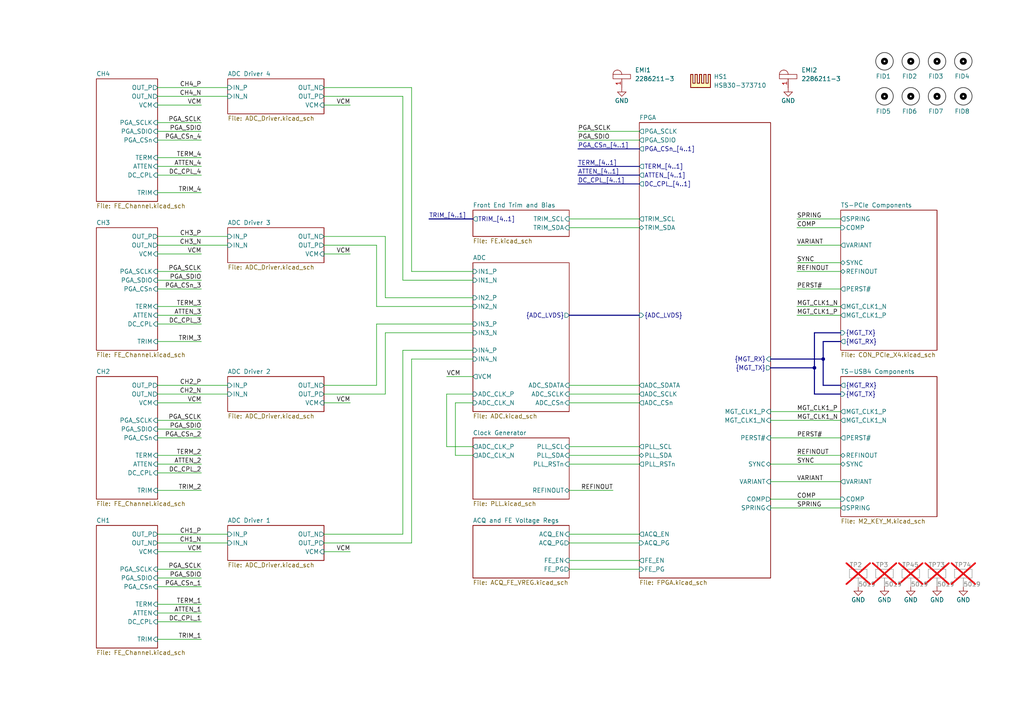
<source format=kicad_sch>
(kicad_sch (version 20250114) (generator "eeschema") (generator_version "9.0")
  (paper "A4")
  (title_block (title "ThunderScope") (rev "5.3") (company "EEVengers") (comment 1 "Aleksa Bjelogrlic"))
  (lib_symbols
    (symbol "Thunderscope_Rev5:EMI FINGER 2286211-3"
      (property "Reference" "EMI" (at 0 4.064 0))
      (property "Value" "2286211-3" (at 6.35 -1.524 0))
      (symbol "EMI FINGER 2286211-3_0_1"
        (rectangle (start -2.54 1.27) (end 2.54 0))
        (arc (start -1.27 2.54) (mid -0.372 2.168) (end 0 1.27))
        (arc (start -2.54 1.27) (mid -2.168 2.168) (end -1.27 2.54))
      )
      (symbol "EMI FINGER 2286211-3_1_1"
        (pin passive line (at 0 -2.54 90) (length 2.54) (name "") (number "1"))
      )
    )
    (symbol "Thunderscope_Rev5:FID 1mm" (pin_numbers (hide yes)) (pin_names (hide yes)) (in_bom no)
      (property "Reference" "F" (at 0 0 0))
      (property "Value" "PCB" (at 0 0 0))
      (symbol "FID 1mm_1_0"
        (circle (center 0 0) (radius 0.635) (stroke (width 0.762) (color 0 0 0 1)))
        (circle (center 0 0) (radius 2.54) (stroke (width 0) (color 0 0 0 1)))
      )
    )
    (symbol "Thunderscope_Rev5:GND" (power) (pin_numbers (hide yes)) (pin_names (offset 0) (hide yes))
      (property "Value" "GND" (at 0 -3.81 0))
      (symbol "GND_0_1"
        (polyline (pts (xy 0 0) (xy 0 -1.27) (xy 1.27 -1.27) (xy 0 -2.54) (xy -1.27 -1.27) (xy 0 -1.27)))
      )
      (symbol "GND_1_1"
        (pin power_in line (at 0 0 270) (length 0) (name "~") (number "1"))
      )
    )
    (symbol "Thunderscope_Rev5:HEATSINK HSB30-373710" (pin_names (offset 1.016)) (exclude_from_sim yes)
      (property "Reference" "HS" (at 0 5.08 0))
      (property "Value" "HSB30-373710" (at 0 -1.27 0))
      (symbol "HEATSINK HSB30-373710_0_1"
        (polyline (pts (xy -0.3302 1.27) (xy -0.9652 1.27) (xy -0.9652 3.81) (xy -1.6002 3.81) (xy -1.6002 1.27) (xy -2.2352 1.27) (xy -2.2352 3.81) (xy -2.8702 3.81) (xy -2.8702 0) (xy -0.9652 0)) (stroke (width 0.254)) (fill (type background)))
        (polyline (pts (xy -0.3302 1.27) (xy -0.3302 3.81) (xy 0.3048 3.81) (xy 0.3048 1.27) (xy 0.9398 1.27) (xy 0.9398 3.81) (xy 1.5748 3.81) (xy 1.5748 1.27) (xy 2.2098 1.27) (xy 2.2098 3.81) (xy 2.8448 3.81) (xy 2.8448 0) (xy -0.9652 0)) (stroke (width 0.254)) (fill (type background)))
      )
    )
    (symbol "Thunderscope_Rev5:TP KEYSTONE 5019" (pin_numbers (hide yes)) (pin_names (hide yes))
      (property "Reference" "T" (at 0 0 0))
      (property "Value" "5019" (at 0 0 0))
      (symbol "TP KEYSTONE 5019_1_0"
        (polyline (pts (xy -2.54 5.08) (xy 2.54 5.08) (xy 2.54 2.54) (xy -2.54 2.54) (xy -2.54 5.08)))
        (pin passive line (at 0 0 90) (length 2.54) (name "1") (number "1"))
      )
    )
  )
  (junction (at 238.76 104.14))
  (junction (at 236.22 106.68))
  (wire (pts (xy 165.1 134.62) (xy 185.42 134.62)))
  (wire (pts (xy 45.72 35.56) (xy 58.42 35.56)))
  (wire (pts (xy 93.98 114.3) (xy 111.76 114.3)))
  (wire (pts (xy 165.1 116.84) (xy 185.42 116.84)))
  (wire (pts (xy 45.72 71.12) (xy 66.04 71.12)))
  (bus (pts (xy 165.1 91.44) (xy 185.42 91.44)))
  (wire (pts (xy 116.84 154.94) (xy 116.84 101.6)))
  (wire (pts (xy 93.98 154.94) (xy 116.84 154.94)))
  (wire (pts (xy 45.72 127) (xy 58.42 127)))
  (wire (pts (xy 93.98 73.66) (xy 101.6 73.66)))
  (wire (pts (xy 243.84 78.74) (xy 231.14 78.74)))
  (wire (pts (xy 93.98 27.94) (xy 116.84 27.94)))
  (bus (pts (xy 124.46 63.5) (xy 137.16 63.5)))
  (wire (pts (xy 58.42 81.28) (xy 45.72 81.28)))
  (wire (pts (xy 93.98 71.12) (xy 109.22 71.12)))
  (wire (pts (xy 231.14 83.82) (xy 243.84 83.82)))
  (wire (pts (xy 116.84 27.94) (xy 116.84 81.28)))
  (wire (pts (xy 231.14 63.5) (xy 243.84 63.5)))
  (wire (pts (xy 45.72 116.84) (xy 58.42 116.84)))
  (wire (pts (xy 45.72 121.92) (xy 58.42 121.92)))
  (wire (pts (xy 45.72 30.48) (xy 58.42 30.48)))
  (wire (pts (xy 45.72 45.72) (xy 58.42 45.72)))
  (wire (pts (xy 45.72 55.88) (xy 58.42 55.88)))
  (wire (pts (xy 45.72 73.66) (xy 58.42 73.66)))
  (wire (pts (xy 45.72 88.9) (xy 58.42 88.9)))
  (wire (pts (xy 45.72 40.64) (xy 58.42 40.64)))
  (wire (pts (xy 116.84 101.6) (xy 137.16 101.6)))
  (wire (pts (xy 45.72 142.24) (xy 58.42 142.24)))
  (wire (pts (xy 45.72 111.76) (xy 66.04 111.76)))
  (wire (pts (xy 111.76 114.3) (xy 111.76 96.52)))
  (wire (pts (xy 116.84 81.28) (xy 137.16 81.28)))
  (wire (pts (xy 45.72 170.18) (xy 58.42 170.18)))
  (wire (pts (xy 167.64 38.1) (xy 185.42 38.1)))
  (wire (pts (xy 58.42 167.64) (xy 45.72 167.64)))
  (wire (pts (xy 93.98 160.02) (xy 101.6 160.02)))
  (wire (pts (xy 231.14 71.12) (xy 243.84 71.12)))
  (wire (pts (xy 165.1 142.24) (xy 177.8 142.24)))
  (wire (pts (xy 223.52 139.7) (xy 243.84 139.7)))
  (bus (pts (xy 223.52 104.14) (xy 238.76 104.14)))
  (wire (pts (xy 165.1 162.56) (xy 185.42 162.56)))
  (wire (pts (xy 165.1 114.3) (xy 185.42 114.3)))
  (wire (pts (xy 167.64 40.64) (xy 185.42 40.64)))
  (wire (pts (xy 109.22 93.98) (xy 137.16 93.98)))
  (wire (pts (xy 231.14 66.04) (xy 243.84 66.04)))
  (bus (pts (xy 243.84 99.06) (xy 238.76 99.06)))
  (wire (pts (xy 58.42 38.1) (xy 45.72 38.1)))
  (wire (pts (xy 109.22 88.9) (xy 137.16 88.9)))
  (wire (pts (xy 165.1 157.48) (xy 185.42 157.48)))
  (bus (pts (xy 185.42 48.26) (xy 167.64 48.26)) (stroke (width 0.254)))
  (wire (pts (xy 45.72 83.82) (xy 58.42 83.82)))
  (bus (pts (xy 243.84 114.3) (xy 236.22 114.3)))
  (wire (pts (xy 45.72 177.8) (xy 58.42 177.8)))
  (wire (pts (xy 45.72 91.44) (xy 58.42 91.44)))
  (bus (pts (xy 238.76 104.14) (xy 238.76 111.76)))
  (wire (pts (xy 45.72 78.74) (xy 58.42 78.74)))
  (wire (pts (xy 45.72 180.34) (xy 58.42 180.34)))
  (wire (pts (xy 165.1 154.94) (xy 185.42 154.94)))
  (wire (pts (xy 137.16 116.84) (xy 132.08 116.84)))
  (wire (pts (xy 45.72 157.48) (xy 66.04 157.48)))
  (wire (pts (xy 93.98 116.84) (xy 101.6 116.84)))
  (wire (pts (xy 185.42 129.54) (xy 165.1 129.54)))
  (wire (pts (xy 129.54 109.22) (xy 137.16 109.22)))
  (wire (pts (xy 129.54 129.54) (xy 137.16 129.54)))
  (wire (pts (xy 93.98 157.48) (xy 119.38 157.48)))
  (wire (pts (xy 165.1 165.1) (xy 185.42 165.1)))
  (bus (pts (xy 167.64 43.18) (xy 185.42 43.18)) (stroke (width 0.254)))
  (wire (pts (xy 93.98 25.4) (xy 119.38 25.4)))
  (wire (pts (xy 129.54 114.3) (xy 129.54 129.54)))
  (wire (pts (xy 45.72 137.16) (xy 58.42 137.16)))
  (bus (pts (xy 236.22 106.68) (xy 236.22 96.52)))
  (wire (pts (xy 165.1 66.04) (xy 185.42 66.04)))
  (wire (pts (xy 132.08 116.84) (xy 132.08 132.08)))
  (wire (pts (xy 243.84 132.08) (xy 231.14 132.08)))
  (wire (pts (xy 45.72 99.06) (xy 58.42 99.06)))
  (bus (pts (xy 236.22 96.52) (xy 243.84 96.52)))
  (wire (pts (xy 119.38 104.14) (xy 137.16 104.14)))
  (wire (pts (xy 45.72 114.3) (xy 66.04 114.3)))
  (bus (pts (xy 185.42 53.34) (xy 167.64 53.34)) (stroke (width 0.254)))
  (wire (pts (xy 223.52 144.78) (xy 243.84 144.78)))
  (bus (pts (xy 185.42 50.8) (xy 167.64 50.8)) (stroke (width 0.254)))
  (bus (pts (xy 238.76 99.06) (xy 238.76 104.14)))
  (wire (pts (xy 45.72 25.4) (xy 66.04 25.4)))
  (wire (pts (xy 111.76 68.58) (xy 111.76 86.36)))
  (wire (pts (xy 165.1 111.76) (xy 185.42 111.76)))
  (wire (pts (xy 137.16 114.3) (xy 129.54 114.3)))
  (wire (pts (xy 45.72 154.94) (xy 66.04 154.94)))
  (bus (pts (xy 236.22 114.3) (xy 236.22 106.68)))
  (wire (pts (xy 109.22 71.12) (xy 109.22 88.9)))
  (wire (pts (xy 119.38 78.74) (xy 137.16 78.74)))
  (wire (pts (xy 243.84 88.9) (xy 231.14 88.9)))
  (wire (pts (xy 45.72 175.26) (xy 58.42 175.26)))
  (wire (pts (xy 45.72 50.8) (xy 58.42 50.8)))
  (wire (pts (xy 231.14 76.2) (xy 243.84 76.2)))
  (wire (pts (xy 111.76 86.36) (xy 137.16 86.36)))
  (wire (pts (xy 119.38 25.4) (xy 119.38 78.74)))
  (wire (pts (xy 223.52 121.92) (xy 243.84 121.92)))
  (wire (pts (xy 45.72 48.26) (xy 58.42 48.26)))
  (wire (pts (xy 45.72 165.1) (xy 58.42 165.1)))
  (wire (pts (xy 45.72 160.02) (xy 58.42 160.02)))
  (wire (pts (xy 45.72 68.58) (xy 66.04 68.58)))
  (wire (pts (xy 93.98 111.76) (xy 109.22 111.76)))
  (wire (pts (xy 132.08 132.08) (xy 137.16 132.08)))
  (wire (pts (xy 165.1 63.5) (xy 185.42 63.5)))
  (wire (pts (xy 45.72 134.62) (xy 58.42 134.62)))
  (wire (pts (xy 223.52 134.62) (xy 243.84 134.62)))
  (wire (pts (xy 93.98 30.48) (xy 101.6 30.48)))
  (wire (pts (xy 185.42 132.08) (xy 165.1 132.08)))
  (wire (pts (xy 119.38 157.48) (xy 119.38 104.14)))
  (wire (pts (xy 45.72 185.42) (xy 58.42 185.42)))
  (bus (pts (xy 238.76 111.76) (xy 243.84 111.76)))
  (wire (pts (xy 223.52 127) (xy 243.84 127)))
  (wire (pts (xy 223.52 119.38) (xy 243.84 119.38)))
  (bus (pts (xy 223.52 106.68) (xy 236.22 106.68)))
  (wire (pts (xy 243.84 91.44) (xy 231.14 91.44)))
  (wire (pts (xy 111.76 96.52) (xy 137.16 96.52)))
  (wire (pts (xy 223.52 147.32) (xy 243.84 147.32)))
  (wire (pts (xy 45.72 27.94) (xy 66.04 27.94)))
  (wire (pts (xy 45.72 132.08) (xy 58.42 132.08)))
  (wire (pts (xy 109.22 111.76) (xy 109.22 93.98)))
  (wire (pts (xy 45.72 93.98) (xy 58.42 93.98)))
  (wire (pts (xy 58.42 124.46) (xy 45.72 124.46)))
  (wire (pts (xy 93.98 68.58) (xy 111.76 68.58)))
  (label "PGA_SCLK" (at 58.42 35.56 180))
  (label "CH1_N" (at 58.42 157.48 180))
  (label "MGT_CLK1_N" (at 231.14 121.92 0))
  (label "PGA_SCLK" (at 58.42 165.1 180))
  (label "ATTEN_[4..1]" (at 167.64 50.8 0))
  (label "PGA_CSn_1" (at 58.42 170.18 180))
  (label "PGA_SCLK" (at 58.42 121.92 180))
  (label "DC_CPL_2" (at 58.42 137.16 180))
  (label "PGA_SDIO" (at 58.42 167.64 180))
  (label "PGA_SDIO" (at 167.64 40.64 0))
  (label "PERST#" (at 231.14 127 0))
  (label "VCM" (at 58.42 116.84 180))
  (label "CH3_P" (at 58.42 68.58 180))
  (label "SYNC" (at 231.14 76.2 0))
  (label "CH2_N" (at 58.42 114.3 180))
  (label "REFINOUT" (at 177.8 142.24 180))
  (label "TERM_[4..1]" (at 167.64 48.26 0))
  (label "PGA_CSn_4" (at 58.42 40.64 180))
  (label "PGA_SCLK" (at 167.64 38.1 0))
  (label "PERST#" (at 231.14 83.82 0))
  (label "TERM_3" (at 58.42 88.9 180))
  (label "VCM" (at 101.6 116.84 180))
  (label "ATTEN_1" (at 58.42 177.8 180))
  (label "DC_CPL_4" (at 58.42 50.8 180))
  (label "PGA_SDIO" (at 58.42 38.1 180))
  (label "TERM_4" (at 58.42 45.72 180))
  (label "MGT_CLK1_N" (at 231.14 88.9 0))
  (label "TRIM_[4..1]" (at 124.46 63.5 0))
  (label "VCM" (at 101.6 73.66 180))
  (label "COMP" (at 231.14 66.04 0))
  (label "TRIM_2" (at 58.42 142.24 180))
  (label "VCM" (at 129.54 109.22 0))
  (label "CH4_N" (at 58.42 27.94 180))
  (label "VCM" (at 58.42 30.48 180))
  (label "VCM" (at 58.42 160.02 180))
  (label "VCM" (at 101.6 30.48 180))
  (label "TERM_1" (at 58.42 175.26 180))
  (label "SPRING" (at 231.14 63.5 0))
  (label "CH3_N" (at 58.42 71.12 180))
  (label "ATTEN_3" (at 58.42 91.44 180))
  (label "DC_CPL_1" (at 58.42 180.34 180))
  (label "TRIM_3" (at 58.42 99.06 180))
  (label "REFINOUT" (at 231.14 132.08 0))
  (label "MGT_CLK1_P" (at 231.14 91.44 0))
  (label "PGA_CSn_2" (at 58.42 127 180))
  (label "ATTEN_2" (at 58.42 134.62 180))
  (label "PGA_CSn_3" (at 58.42 83.82 180))
  (label "ATTEN_4" (at 58.42 48.26 180))
  (label "TRIM_4" (at 58.42 55.88 180))
  (label "MGT_CLK1_P" (at 231.14 119.38 0))
  (label "DC_CPL_[4..1]" (at 167.64 53.34 0))
  (label "COMP" (at 231.14 144.78 0))
  (label "SYNC" (at 231.14 134.62 0))
  (label "CH1_P" (at 58.42 154.94 180))
  (label "PGA_SDIO" (at 58.42 81.28 180))
  (label "PGA_SDIO" (at 58.42 124.46 180))
  (label "VARIANT" (at 231.14 71.12 0))
  (label "CH4_P" (at 58.42 25.4 180))
  (label "DC_CPL_3" (at 58.42 93.98 180))
  (label "REFINOUT" (at 231.14 78.74 0))
  (label "TRIM_1" (at 58.42 185.42 180))
  (label "TERM_2" (at 58.42 132.08 180))
  (label "VCM" (at 101.6 160.02 180))
  (label "PGA_SCLK" (at 58.42 78.74 180))
  (label "SPRING" (at 231.14 147.32 0))
  (label "VCM" (at 58.42 73.66 180))
  (label "VARIANT" (at 231.14 139.7 0))
  (label "PGA_CSn_[4..1]" (at 167.64 43.18 0))
  (label "CH2_P" (at 58.42 111.76 180))
  (symbol (lib_id "Thunderscope_Rev5:TP KEYSTONE 5019") (at 248.92 170.18 0) (unit 1) (dnp yes)
    (property "Reference" "TP2" (at 246.38 163.83 0) (effects (justify left)))
    (property "Value" "5019" (at 248.92 170.18 0) (effects (justify left bottom)))
    (property "Footprint" "Thunderscope_Rev5:KEY_5019" (effects (hide yes)))
    (property "Description" "PC Test Point, Miniature Phosphor Bronze Silver Plating Surface Mount Mounting Type" (effects (hide yes)))
    (property "SUPPLIER 1" "Mouser" (effects (hide yes)))
    (property "SUPPLIER PART NUMBER 1" "534-5019" (effects (hide yes)))
    (property "MANUFACTURER" "Keystone Electronics" (effects (hide yes)))
    (property "MANUFACTURER PART NUMBER" "5019" (effects (hide yes)))
  )
  (symbol (lib_id "Thunderscope_Rev5:GND") (at 271.78 170.18 0) (unit 1)
    (property "Reference" "#PWR0506" (effects (hide yes)))
    (property "Value" "GND" (at 271.78 173.99 0))
    (property "Description" "Power symbol creates a global label with name \"GND\" , ground" (effects (hide yes)))
  )
  (symbol (lib_id "Thunderscope_Rev5:FID 1mm") (at 279.4 17.78 0) (unit 1) (in_bom no)
    (property "Reference" "FID4" (at 276.86 22.86 0) (effects (justify left bottom)))
    (property "Value" "PCB" (effects (hide yes)))
    (property "Footprint" "Thunderscope_Rev5:GEN_FID" (effects (hide yes)))
    (property "HOUSE PART NUMBER" "Fiducial-1" (effects (hide yes)))
  )
  (symbol (lib_id "Thunderscope_Rev5:EMI FINGER 2286211-3") (at 180.34 22.86 0) (unit 1)
    (property "Reference" "EMI1" (at 184.15 20.3199 0) (effects (justify left)))
    (property "Value" "2286211-3" (at 184.15 22.8599 0) (effects (justify left)))
    (property "Footprint" "Thunderscope_Rev5:TE_2286211-3" (effects (hide yes)))
    (property "Description" "RFI Shield Finger, Surface Mount" (effects (hide yes)))
    (property "SUPPLIER 1" "Mouser" (effects (hide yes)))
    (property "SUPPLIER PART NUMBER 1" "571-2286211-3" (effects (hide yes)))
    (property "MANUFACTURER" "TE Connectivity" (effects (hide yes)))
    (property "MANUFACTURER PART NUMBER" "2286211-3" (effects (hide yes)))
    (property "PACKAGE" "Surface Mount" (effects (hide yes)))
    (property "Substitutions Policy" "No Substitutions" (effects (hide yes)))
  )
  (symbol (lib_id "Thunderscope_Rev5:GND") (at 256.54 170.18 0) (unit 1)
    (property "Reference" "#PWR016" (effects (hide yes)))
    (property "Value" "GND" (at 256.54 173.99 0))
    (property "Description" "Power symbol creates a global label with name \"GND\" , ground" (effects (hide yes)))
  )
  (symbol (lib_id "Thunderscope_Rev5:GND") (at 248.92 170.18 0) (unit 1)
    (property "Reference" "#PWR015" (effects (hide yes)))
    (property "Value" "GND" (at 248.92 173.99 0))
    (property "Description" "Power symbol creates a global label with name \"GND\" , ground" (effects (hide yes)))
  )
  (symbol (lib_id "Thunderscope_Rev5:GND") (at 279.4 170.18 0) (unit 1)
    (property "Reference" "#PWR0507" (effects (hide yes)))
    (property "Value" "GND" (at 279.4 173.99 0))
    (property "Description" "Power symbol creates a global label with name \"GND\" , ground" (effects (hide yes)))
  )
  (symbol (lib_id "Thunderscope_Rev5:FID 1mm") (at 271.78 17.78 0) (unit 1) (in_bom no)
    (property "Reference" "FID3" (at 269.24 22.86 0) (effects (justify left bottom)))
    (property "Value" "PCB" (effects (hide yes)))
    (property "Footprint" "Thunderscope_Rev5:GEN_FID" (effects (hide yes)))
    (property "HOUSE PART NUMBER" "Fiducial-1" (effects (hide yes)))
  )
  (symbol (lib_id "Thunderscope_Rev5:FID 1mm") (at 256.54 27.94 0) (unit 1) (in_bom no)
    (property "Reference" "FID5" (at 254 33.02 0) (effects (justify left bottom)))
    (property "Value" "PCB" (effects (hide yes)))
    (property "Footprint" "Thunderscope_Rev5:GEN_FID" (effects (hide yes)))
    (property "HOUSE PART NUMBER" "Fiducial-1" (effects (hide yes)))
  )
  (symbol (lib_id "Thunderscope_Rev5:TP KEYSTONE 5019") (at 271.78 170.18 0) (unit 1) (dnp yes)
    (property "Reference" "TP73" (at 269.24 163.83 0) (effects (justify left)))
    (property "Value" "5019" (at 271.78 170.18 0) (effects (justify left bottom)))
    (property "Footprint" "Thunderscope_Rev5:KEY_5019" (effects (hide yes)))
    (property "Description" "PC Test Point, Miniature Phosphor Bronze Silver Plating Surface Mount Mounting Type" (effects (hide yes)))
    (property "MANUFACTURER" "Keystone Electronics" (effects (hide yes)))
    (property "MANUFACTURER PART NUMBER" "5019" (effects (hide yes)))
    (property "SUPPLIER 1" "Mouser" (effects (hide yes)))
    (property "SUPPLIER PART NUMBER 1" "534-5019" (effects (hide yes)))
  )
  (symbol (lib_id "Thunderscope_Rev5:FID 1mm") (at 256.54 17.78 0) (unit 1) (in_bom no)
    (property "Reference" "FID1" (at 254 22.86 0) (effects (justify left bottom)))
    (property "Value" "PCB" (effects (hide yes)))
    (property "Footprint" "Thunderscope_Rev5:GEN_FID" (effects (hide yes)))
    (property "HOUSE PART NUMBER" "Fiducial-1" (effects (hide yes)))
  )
  (symbol (lib_id "Thunderscope_Rev5:HEATSINK HSB30-373710") (at 203.2 25.4 0) (unit 1) (in_bom no)
    (property "Reference" "HS1" (at 207.01 22.2249 0) (effects (justify left)))
    (property "Value" "HSB30-373710" (at 207.01 24.7649 0) (effects (justify left)))
    (property "Footprint" "Thunderscope_Rev5:SSKY_HSB30-373710" (effects (hide yes)))
    (property "Description" "Heatsink" (effects (hide yes)))
    (property "SUPPLIER 1" "Mouser" (effects (hide yes)))
    (property "SUPPLIER PART NUMBER 1" "179-HSB30-373710" (effects (hide yes)))
    (property "MANUFACTURER" "Same Sky" (effects (hide yes)))
    (property "MANUFACTURER PART NUMBER" "HSB30-373710" (effects (hide yes)))
  )
  (symbol (lib_id "Thunderscope_Rev5:TP KEYSTONE 5019") (at 264.16 170.18 0) (unit 1) (dnp yes)
    (property "Reference" "TP45" (at 261.62 163.83 0) (effects (justify left)))
    (property "Value" "5019" (at 264.16 170.18 0) (effects (justify left bottom)))
    (property "Footprint" "Thunderscope_Rev5:KEY_5019" (effects (hide yes)))
    (property "Description" "PC Test Point, Miniature Phosphor Bronze Silver Plating Surface Mount Mounting Type" (effects (hide yes)))
    (property "MANUFACTURER" "Keystone Electronics" (effects (hide yes)))
    (property "MANUFACTURER PART NUMBER" "5019" (effects (hide yes)))
    (property "SUPPLIER 1" "Mouser" (effects (hide yes)))
    (property "SUPPLIER PART NUMBER 1" "534-5019" (effects (hide yes)))
  )
  (symbol (lib_id "Thunderscope_Rev5:FID 1mm") (at 279.4 27.94 0) (unit 1) (in_bom no)
    (property "Reference" "FID8" (at 276.86 33.02 0) (effects (justify left bottom)))
    (property "Value" "PCB" (effects (hide yes)))
    (property "Footprint" "Thunderscope_Rev5:GEN_FID" (effects (hide yes)))
    (property "HOUSE PART NUMBER" "Fiducial-1" (effects (hide yes)))
  )
  (symbol (lib_id "Thunderscope_Rev5:FID 1mm") (at 264.16 17.78 0) (unit 1) (in_bom no)
    (property "Reference" "FID2" (at 261.62 22.86 0) (effects (justify left bottom)))
    (property "Value" "PCB" (effects (hide yes)))
    (property "Footprint" "Thunderscope_Rev5:GEN_FID" (effects (hide yes)))
    (property "HOUSE PART NUMBER" "Fiducial-1" (effects (hide yes)))
  )
  (symbol (lib_id "Thunderscope_Rev5:TP KEYSTONE 5019") (at 256.54 170.18 0) (unit 1) (dnp yes)
    (property "Reference" "TP3" (at 254 163.83 0) (effects (justify left)))
    (property "Value" "5019" (at 256.54 170.18 0) (effects (justify left bottom)))
    (property "Footprint" "Thunderscope_Rev5:KEY_5019" (effects (hide yes)))
    (property "Description" "PC Test Point, Miniature Phosphor Bronze Silver Plating Surface Mount Mounting Type" (effects (hide yes)))
    (property "SUPPLIER 1" "Mouser" (effects (hide yes)))
    (property "SUPPLIER PART NUMBER 1" "534-5019" (effects (hide yes)))
    (property "MANUFACTURER" "Keystone Electronics" (effects (hide yes)))
    (property "MANUFACTURER PART NUMBER" "5019" (effects (hide yes)))
  )
  (symbol (lib_id "Thunderscope_Rev5:GND") (at 264.16 170.18 0) (unit 1)
    (property "Reference" "#PWR0503" (effects (hide yes)))
    (property "Value" "GND" (at 264.16 173.99 0))
    (property "Description" "Power symbol creates a global label with name \"GND\" , ground" (effects (hide yes)))
  )
  (symbol (lib_id "Thunderscope_Rev5:TP KEYSTONE 5019") (at 279.4 170.18 0) (unit 1) (dnp yes)
    (property "Reference" "TP74" (at 276.86 163.83 0) (effects (justify left)))
    (property "Value" "5019" (at 279.4 170.18 0) (effects (justify left bottom)))
    (property "Footprint" "Thunderscope_Rev5:KEY_5019" (effects (hide yes)))
    (property "Description" "PC Test Point, Miniature Phosphor Bronze Silver Plating Surface Mount Mounting Type" (effects (hide yes)))
    (property "MANUFACTURER" "Keystone Electronics" (effects (hide yes)))
    (property "MANUFACTURER PART NUMBER" "5019" (effects (hide yes)))
    (property "SUPPLIER 1" "Mouser" (effects (hide yes)))
    (property "SUPPLIER PART NUMBER 1" "534-5019" (effects (hide yes)))
  )
  (symbol (lib_id "Thunderscope_Rev5:FID 1mm") (at 271.78 27.94 0) (unit 1) (in_bom no)
    (property "Reference" "FID7" (at 269.24 33.02 0) (effects (justify left bottom)))
    (property "Value" "PCB" (effects (hide yes)))
    (property "Footprint" "Thunderscope_Rev5:GEN_FID" (effects (hide yes)))
    (property "HOUSE PART NUMBER" "Fiducial-1" (effects (hide yes)))
  )
  (symbol (lib_id "Thunderscope_Rev5:FID 1mm") (at 264.16 27.94 0) (unit 1) (in_bom no)
    (property "Reference" "FID6" (at 261.62 33.02 0) (effects (justify left bottom)))
    (property "Value" "PCB" (effects (hide yes)))
    (property "Footprint" "Thunderscope_Rev5:GEN_FID" (effects (hide yes)))
    (property "HOUSE PART NUMBER" "Fiducial-1" (effects (hide yes)))
  )
  (symbol (lib_id "Thunderscope_Rev5:EMI FINGER 2286211-3") (at 228.6 22.86 0) (unit 1)
    (property "Reference" "EMI2" (at 232.41 20.3199 0) (effects (justify left)))
    (property "Value" "2286211-3" (at 232.41 22.8599 0) (effects (justify left)))
    (property "Footprint" "Thunderscope_Rev5:TE_2286211-3" (effects (hide yes)))
    (property "Description" "RFI Shield Finger, Surface Mount" (effects (hide yes)))
    (property "SUPPLIER 1" "Mouser" (effects (hide yes)))
    (property "SUPPLIER PART NUMBER 1" "571-2286211-3" (effects (hide yes)))
    (property "MANUFACTURER" "TE Connectivity" (effects (hide yes)))
    (property "MANUFACTURER PART NUMBER" "2286211-3" (effects (hide yes)))
    (property "PACKAGE" "Surface Mount" (effects (hide yes)))
    (property "Substitutions Policy" "No Substitutions" (effects (hide yes)))
  )
  (symbol (lib_id "Thunderscope_Rev5:GND") (at 228.6 25.4 0) (unit 1)
    (property "Reference" "#PWR0386" (effects (hide yes)))
    (property "Value" "GND" (at 228.6 29.21 0))
    (property "Description" "Power symbol creates a global label with name \"GND\" , ground" (effects (hide yes)))
  )
  (symbol (lib_id "Thunderscope_Rev5:GND") (at 180.34 25.4 0) (unit 1)
    (property "Reference" "#PWR0383" (effects (hide yes)))
    (property "Value" "GND" (at 180.34 29.21 0))
    (property "Description" "Power symbol creates a global label with name \"GND\" , ground" (effects (hide yes)))
  )
  (sheet (at 27.94 66.04) (size 17.78 35.56) (stroke (width 0) (color 128 0 0 1))
    (property "Sheetname" "CH3" (at 27.94 65.3284 0) (effects (justify left bottom)))
    (property "Sheetfile" "FE_Channel.kicad_sch" (at 27.94 102.1846 0) (effects (justify left top)))
    (pin "OUT_P" output (at 45.72 68.58 0))
    (pin "VCM" input (at 45.72 73.66 0))
    (pin "OUT_N" output (at 45.72 71.12 0))
    (pin "TRIM" input (at 45.72 99.06 0))
    (pin "ATTEN" input (at 45.72 91.44 0))
    (pin "DC_CPL" input (at 45.72 93.98 0))
    (pin "PGA_CSn" input (at 45.72 83.82 0))
    (pin "PGA_SCLK" input (at 45.72 78.74 0))
    (pin "PGA_SDIO" input (at 45.72 81.28 0))
    (pin "TERM" input (at 45.72 88.9 0))
  )
  (sheet (at 185.42 35.56) (size 38.1 132.08) (stroke (width 0) (color 128 0 0 1))
    (property "Sheetname" "FPGA" (at 185.42 34.8484 0) (effects (justify left bottom)))
    (property "Sheetfile" "FPGA.kicad_sch" (at 185.42 168.2246 0) (effects (justify left top)))
    (pin "PLL_RSTn" output (at 185.42 134.62 180))
    (pin "ADC_CSn" output (at 185.42 116.84 180))
    (pin "FE_EN" output (at 185.42 162.56 180))
    (pin "{ADC_LVDS}" input (at 185.42 91.44 180))
    (pin "PGA_SDIO" output (at 185.42 40.64 180))
    (pin "PGA_SCLK" output (at 185.42 38.1 180))
    (pin "PLL_SCL" output (at 185.42 129.54 180))
    (pin "PLL_SDA" bidirectional (at 185.42 132.08 180))
    (pin "TRIM_SCL" output (at 185.42 63.5 180))
    (pin "TRIM_SDA" bidirectional (at 185.42 66.04 180))
    (pin "ADC_SDATA" output (at 185.42 111.76 180))
    (pin "ADC_SCLK" output (at 185.42 114.3 180))
    (pin "ACQ_EN" output (at 185.42 154.94 180))
    (pin "FE_PG" input (at 185.42 165.1 180))
    (pin "ACQ_PG" input (at 185.42 157.48 180))
    (pin "ATTEN_[4..1]" output (at 185.42 50.8 180))
    (pin "TERM_[4..1]" output (at 185.42 48.26 180))
    (pin "DC_CPL_[4..1]" output (at 185.42 53.34 180))
    (pin "PGA_CSn_[4..1]" output (at 185.42 43.18 180))
    (pin "SYNC" bidirectional (at 223.52 134.62 0))
    (pin "PERST#" input (at 223.52 127 0))
    (pin "MGT_CLK1_P" input (at 223.52 119.38 0))
    (pin "MGT_CLK1_N" input (at 223.52 121.92 0))
    (pin "{MGT_RX}" input (at 223.52 104.14 0))
    (pin "{MGT_TX}" output (at 223.52 106.68 0))
    (pin "VARIANT" input (at 223.52 139.7 0))
    (pin "COMP" output (at 223.52 144.78 0))
    (pin "SPRING" input (at 223.52 147.32 0))
  )
  (sheet (at 243.84 109.22) (size 27.94 40.64) (stroke (width 0) (color 128 0 0 1))
    (property "Sheetname" "TS-USB4 Components" (at 243.84 108.5084 0) (effects (justify left bottom)))
    (property "Sheetfile" "M2_KEY_M.kicad_sch" (at 243.84 150.4446 0) (effects (justify left top)))
    (pin "REFINOUT" bidirectional (at 243.84 132.08 180))
    (pin "SYNC" bidirectional (at 243.84 134.62 180))
    (pin "PERST#" output (at 243.84 127 180))
    (pin "{MGT_RX}" output (at 243.84 111.76 180))
    (pin "{MGT_TX}" input (at 243.84 114.3 180))
    (pin "MGT_CLK1_N" output (at 243.84 121.92 180))
    (pin "MGT_CLK1_P" output (at 243.84 119.38 180))
    (pin "VARIANT" output (at 243.84 139.7 180))
    (pin "SPRING" output (at 243.84 147.32 180))
    (pin "COMP" input (at 243.84 144.78 180))
  )
  (sheet (at 137.16 127) (size 27.94 17.78) (stroke (width 0) (color 128 0 0 1))
    (property "Sheetname" "Clock Generator" (at 137.16 126.2884 0) (effects (justify left bottom)))
    (property "Sheetfile" "PLL.kicad_sch" (at 137.16 145.3646 0) (effects (justify left top)))
    (pin "ADC_CLK_P" output (at 137.16 129.54 180))
    (pin "ADC_CLK_N" output (at 137.16 132.08 180))
    (pin "PLL_RSTn" input (at 165.1 134.62 0))
    (pin "PLL_SDA" input (at 165.1 132.08 0))
    (pin "PLL_SCL" input (at 165.1 129.54 0))
    (pin "REFINOUT" bidirectional (at 165.1 142.24 0))
  )
  (sheet (at 66.04 152.4) (size 27.94 10.16) (stroke (width 0.1524))
    (property "Sheetname" "ADC Driver 1" (at 66.04 151.6884 0) (effects (justify left bottom)))
    (property "Sheetfile" "ADC_Driver.kicad_sch" (at 66.04 163.1446 0) (effects (justify left top)))
    (pin "VCM" input (at 93.98 160.02 0))
    (pin "OUT_N" output (at 93.98 154.94 0))
    (pin "OUT_P" output (at 93.98 157.48 0))
    (pin "IN_N" input (at 66.04 157.48 180))
    (pin "IN_P" input (at 66.04 154.94 180))
  )
  (sheet (at 66.04 109.22) (size 27.94 10.16) (stroke (width 0.1524))
    (property "Sheetname" "ADC Driver 2" (at 66.04 108.5084 0) (effects (justify left bottom)))
    (property "Sheetfile" "ADC_Driver.kicad_sch" (at 66.04 119.9646 0) (effects (justify left top)))
    (pin "VCM" input (at 93.98 116.84 0))
    (pin "OUT_N" output (at 93.98 111.76 0))
    (pin "OUT_P" output (at 93.98 114.3 0))
    (pin "IN_N" input (at 66.04 114.3 180))
    (pin "IN_P" input (at 66.04 111.76 180))
  )
  (sheet (at 243.84 60.96) (size 27.94 40.64) (stroke (width 0.1524))
    (property "Sheetname" "TS-PCIe Components" (at 243.84 60.2484 0) (effects (justify left bottom)))
    (property "Sheetfile" "CON_PCIe_X4.kicad_sch" (at 243.84 102.1846 0) (effects (justify left top)))
    (pin "{MGT_RX}" output (at 243.84 99.06 180))
    (pin "{MGT_TX}" input (at 243.84 96.52 180))
    (pin "PERST#" output (at 243.84 83.82 180))
    (pin "REFINOUT" bidirectional (at 243.84 78.74 180))
    (pin "SYNC" bidirectional (at 243.84 76.2 180))
    (pin "MGT_CLK1_N" output (at 243.84 88.9 180))
    (pin "MGT_CLK1_P" output (at 243.84 91.44 180))
    (pin "VARIANT" output (at 243.84 71.12 180))
    (pin "COMP" input (at 243.84 66.04 180))
    (pin "SPRING" output (at 243.84 63.5 180))
  )
  (sheet (at 137.16 76.2) (size 27.94 43.18) (stroke (width 0) (color 128 0 0 1))
    (property "Sheetname" "ADC" (at 137.16 75.4884 0) (effects (justify left bottom)))
    (property "Sheetfile" "ADC.kicad_sch" (at 137.16 119.9646 0) (effects (justify left top)))
    (pin "IN4_N" input (at 137.16 104.14 180))
    (pin "IN4_P" input (at 137.16 101.6 180))
    (pin "IN3_N" input (at 137.16 96.52 180))
    (pin "IN3_P" input (at 137.16 93.98 180))
    (pin "IN2_N" input (at 137.16 88.9 180))
    (pin "IN2_P" input (at 137.16 86.36 180))
    (pin "VCM" output (at 137.16 109.22 180))
    (pin "IN1_N" input (at 137.16 81.28 180))
    (pin "IN1_P" input (at 137.16 78.74 180))
    (pin "ADC_CSn" input (at 165.1 116.84 0))
    (pin "ADC_SDATA" input (at 165.1 111.76 0))
    (pin "ADC_SCLK" input (at 165.1 114.3 0))
    (pin "ADC_CLK_P" input (at 137.16 114.3 180))
    (pin "ADC_CLK_N" input (at 137.16 116.84 180))
    (pin "{ADC_LVDS}" output (at 165.1 91.44 0))
  )
  (sheet (at 137.16 60.96) (size 27.94 7.62) (stroke (width 0.1524))
    (property "Sheetname" "Front End Trim and Bias" (at 137.16 60.2484 0) (effects (justify left bottom)))
    (property "Sheetfile" "FE.kicad_sch" (at 137.16 69.1646 0) (effects (justify left top)))
    (pin "TRIM_SCL" input (at 165.1 63.5 0))
    (pin "TRIM_SDA" input (at 165.1 66.04 0))
    (pin "TRIM_[4..1]" output (at 137.16 63.5 180))
  )
  (sheet (at 66.04 66.04) (size 27.94 10.16) (stroke (width 0.1524))
    (property "Sheetname" "ADC Driver 3" (at 66.04 65.3284 0) (effects (justify left bottom)))
    (property "Sheetfile" "ADC_Driver.kicad_sch" (at 66.04 76.7846 0) (effects (justify left top)))
    (pin "VCM" input (at 93.98 73.66 0))
    (pin "OUT_N" output (at 93.98 68.58 0))
    (pin "OUT_P" output (at 93.98 71.12 0))
    (pin "IN_N" input (at 66.04 71.12 180))
    (pin "IN_P" input (at 66.04 68.58 180))
  )
  (sheet (at 27.94 22.86) (size 17.78 35.56) (stroke (width 0) (color 128 0 0 1))
    (property "Sheetname" "CH4" (at 27.94 22.1484 0) (effects (justify left bottom)))
    (property "Sheetfile" "FE_Channel.kicad_sch" (at 27.94 59.0046 0) (effects (justify left top)))
    (pin "OUT_P" output (at 45.72 25.4 0))
    (pin "VCM" input (at 45.72 30.48 0))
    (pin "OUT_N" output (at 45.72 27.94 0))
    (pin "TRIM" input (at 45.72 55.88 0))
    (pin "ATTEN" input (at 45.72 48.26 0))
    (pin "DC_CPL" input (at 45.72 50.8 0))
    (pin "PGA_CSn" input (at 45.72 40.64 0))
    (pin "PGA_SCLK" input (at 45.72 35.56 0))
    (pin "PGA_SDIO" input (at 45.72 38.1 0))
    (pin "TERM" input (at 45.72 45.72 0))
  )
  (sheet (at 27.94 109.22) (size 17.78 35.56) (stroke (width 0) (color 128 0 0 1))
    (property "Sheetname" "CH2" (at 27.94 108.5084 0) (effects (justify left bottom)))
    (property "Sheetfile" "FE_Channel.kicad_sch" (at 27.94 145.3646 0) (effects (justify left top)))
    (pin "OUT_P" output (at 45.72 111.76 0))
    (pin "VCM" input (at 45.72 116.84 0))
    (pin "OUT_N" output (at 45.72 114.3 0))
    (pin "TRIM" input (at 45.72 142.24 0))
    (pin "ATTEN" input (at 45.72 134.62 0))
    (pin "DC_CPL" input (at 45.72 137.16 0))
    (pin "PGA_CSn" input (at 45.72 127 0))
    (pin "PGA_SCLK" input (at 45.72 121.92 0))
    (pin "PGA_SDIO" input (at 45.72 124.46 0))
    (pin "TERM" input (at 45.72 132.08 0))
  )
  (sheet (at 66.04 22.86) (size 27.94 10.16) (stroke (width 0.1524))
    (property "Sheetname" "ADC Driver 4" (at 66.04 22.1484 0) (effects (justify left bottom)))
    (property "Sheetfile" "ADC_Driver.kicad_sch" (at 66.04 33.6046 0) (effects (justify left top)))
    (pin "VCM" input (at 93.98 30.48 0))
    (pin "OUT_N" output (at 93.98 25.4 0))
    (pin "OUT_P" output (at 93.98 27.94 0))
    (pin "IN_N" input (at 66.04 27.94 180))
    (pin "IN_P" input (at 66.04 25.4 180))
  )
  (sheet (at 137.16 152.4) (size 27.94 15.24) (stroke (width 0) (color 128 0 0 1))
    (property "Sheetname" "ACQ and FE Voltage Regs" (at 137.16 151.6884 0) (effects (justify left bottom)))
    (property "Sheetfile" "ACQ_FE_VREG.kicad_sch" (at 137.16 168.2246 0) (effects (justify left top)))
    (pin "FE_EN" input (at 165.1 162.56 0))
    (pin "ACQ_EN" input (at 165.1 154.94 0))
    (pin "FE_PG" output (at 165.1 165.1 0))
    (pin "ACQ_PG" output (at 165.1 157.48 0))
  )
  (sheet (at 27.94 152.4) (size 17.78 35.56) (stroke (width 0) (color 128 0 0 1))
    (property "Sheetname" "CH1" (at 27.94 151.6884 0) (effects (justify left bottom)))
    (property "Sheetfile" "FE_Channel.kicad_sch" (at 27.94 188.5446 0) (effects (justify left top)))
    (pin "OUT_P" output (at 45.72 154.94 0))
    (pin "VCM" input (at 45.72 160.02 0))
    (pin "OUT_N" output (at 45.72 157.48 0))
    (pin "TRIM" input (at 45.72 185.42 0))
    (pin "ATTEN" input (at 45.72 177.8 0))
    (pin "DC_CPL" input (at 45.72 180.34 0))
    (pin "PGA_CSn" input (at 45.72 170.18 0))
    (pin "PGA_SCLK" input (at 45.72 165.1 0))
    (pin "PGA_SDIO" input (at 45.72 167.64 0))
    (pin "TERM" input (at 45.72 175.26 0))
  )
)
</source>
